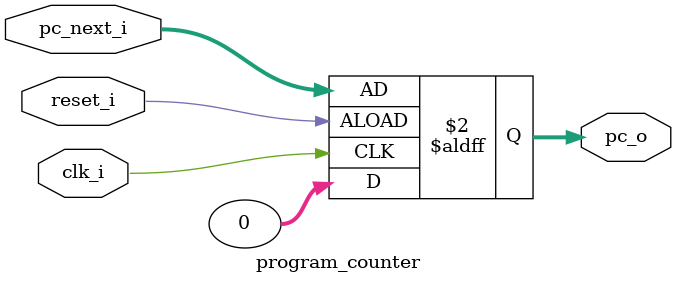
<source format=v>
module program_counter(
    input clk_i,
    input reset_i,
    input [31:0] pc_next_i,
    output reg [31:0] pc_o
);
    always @(posedge clk_i or negedge reset_i) begin
        if (reset_i) pc_o = 32'd0;
        else begin
            pc_o = pc_next_i;
        end
    end
endmodule

</source>
